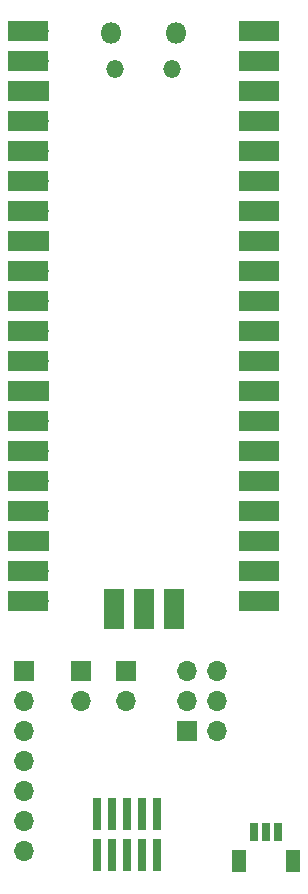
<source format=gbr>
%TF.GenerationSoftware,KiCad,Pcbnew,6.0.8-f2edbf62ab~116~ubuntu22.04.1*%
%TF.CreationDate,2022-10-03T19:03:55-04:00*%
%TF.ProjectId,PicoProbeProgrammerBoard,5069636f-5072-46f6-9265-50726f677261,rev?*%
%TF.SameCoordinates,Original*%
%TF.FileFunction,Soldermask,Top*%
%TF.FilePolarity,Negative*%
%FSLAX46Y46*%
G04 Gerber Fmt 4.6, Leading zero omitted, Abs format (unit mm)*
G04 Created by KiCad (PCBNEW 6.0.8-f2edbf62ab~116~ubuntu22.04.1) date 2022-10-03 19:03:55*
%MOMM*%
%LPD*%
G01*
G04 APERTURE LIST*
%ADD10R,1.700000X1.700000*%
%ADD11O,1.700000X1.700000*%
%ADD12R,0.660400X1.549400*%
%ADD13R,1.295400X1.905000*%
%ADD14R,0.660400X2.768600*%
%ADD15O,1.500000X1.500000*%
%ADD16O,1.800000X1.800000*%
%ADD17R,3.500000X1.700000*%
%ADD18R,1.700000X3.500000*%
G04 APERTURE END LIST*
D10*
%TO.C,J2*%
X118618000Y-75184000D03*
D11*
X118618000Y-77724000D03*
X118618000Y-80264000D03*
X118618000Y-82804000D03*
X118618000Y-85344000D03*
X118618000Y-87884000D03*
X118618000Y-90424000D03*
%TD*%
D12*
%TO.C,J4*%
X140100001Y-88771600D03*
X139100000Y-88771600D03*
X138099999Y-88771600D03*
D13*
X136800000Y-91296599D03*
X141400000Y-91296599D03*
%TD*%
D10*
%TO.C,ExtraConns*%
X132461000Y-80264000D03*
D11*
X135001000Y-80264000D03*
X132461000Y-77724000D03*
X135001000Y-77724000D03*
X132461000Y-75184000D03*
X135001000Y-75184000D03*
%TD*%
D10*
%TO.C,3v3*%
X127254000Y-75184000D03*
D11*
X127254000Y-77724000D03*
%TD*%
D10*
%TO.C,5v*%
X123444000Y-75184000D03*
D11*
X123444000Y-77724000D03*
%TD*%
D14*
%TO.C,J1*%
X124841000Y-90779000D03*
X124841000Y-87249000D03*
X126111000Y-90779000D03*
X126111000Y-87249000D03*
X127381000Y-90779000D03*
X127381000Y-87249000D03*
X128651000Y-90779000D03*
X128651000Y-87249000D03*
X129921000Y-90779000D03*
X129921000Y-87249000D03*
%TD*%
D15*
%TO.C,U1*%
X131175000Y-24180000D03*
X126325000Y-24180000D03*
D16*
X126025000Y-21150000D03*
X131475000Y-21150000D03*
D17*
X118960000Y-21020000D03*
D11*
X119860000Y-21020000D03*
D17*
X118960000Y-23560000D03*
D11*
X119860000Y-23560000D03*
D17*
X118960000Y-26100000D03*
D10*
X119860000Y-26100000D03*
D11*
X119860000Y-28640000D03*
D17*
X118960000Y-28640000D03*
X118960000Y-31180000D03*
D11*
X119860000Y-31180000D03*
X119860000Y-33720000D03*
D17*
X118960000Y-33720000D03*
D11*
X119860000Y-36260000D03*
D17*
X118960000Y-36260000D03*
D10*
X119860000Y-38800000D03*
D17*
X118960000Y-38800000D03*
D11*
X119860000Y-41340000D03*
D17*
X118960000Y-41340000D03*
X118960000Y-43880000D03*
D11*
X119860000Y-43880000D03*
X119860000Y-46420000D03*
D17*
X118960000Y-46420000D03*
D11*
X119860000Y-48960000D03*
D17*
X118960000Y-48960000D03*
D10*
X119860000Y-51500000D03*
D17*
X118960000Y-51500000D03*
D11*
X119860000Y-54040000D03*
D17*
X118960000Y-54040000D03*
X118960000Y-56580000D03*
D11*
X119860000Y-56580000D03*
X119860000Y-59120000D03*
D17*
X118960000Y-59120000D03*
X118960000Y-61660000D03*
D11*
X119860000Y-61660000D03*
D10*
X119860000Y-64200000D03*
D17*
X118960000Y-64200000D03*
D11*
X119860000Y-66740000D03*
D17*
X118960000Y-66740000D03*
D11*
X119860000Y-69280000D03*
D17*
X118960000Y-69280000D03*
X138540000Y-69280000D03*
D11*
X137640000Y-69280000D03*
D17*
X138540000Y-66740000D03*
D11*
X137640000Y-66740000D03*
D10*
X137640000Y-64200000D03*
D17*
X138540000Y-64200000D03*
D11*
X137640000Y-61660000D03*
D17*
X138540000Y-61660000D03*
X138540000Y-59120000D03*
D11*
X137640000Y-59120000D03*
D17*
X138540000Y-56580000D03*
D11*
X137640000Y-56580000D03*
D17*
X138540000Y-54040000D03*
D11*
X137640000Y-54040000D03*
D10*
X137640000Y-51500000D03*
D17*
X138540000Y-51500000D03*
X138540000Y-48960000D03*
D11*
X137640000Y-48960000D03*
D17*
X138540000Y-46420000D03*
D11*
X137640000Y-46420000D03*
D17*
X138540000Y-43880000D03*
D11*
X137640000Y-43880000D03*
D17*
X138540000Y-41340000D03*
D11*
X137640000Y-41340000D03*
D17*
X138540000Y-38800000D03*
D10*
X137640000Y-38800000D03*
D11*
X137640000Y-36260000D03*
D17*
X138540000Y-36260000D03*
D11*
X137640000Y-33720000D03*
D17*
X138540000Y-33720000D03*
D11*
X137640000Y-31180000D03*
D17*
X138540000Y-31180000D03*
X138540000Y-28640000D03*
D11*
X137640000Y-28640000D03*
D10*
X137640000Y-26100000D03*
D17*
X138540000Y-26100000D03*
D11*
X137640000Y-23560000D03*
D17*
X138540000Y-23560000D03*
D11*
X137640000Y-21020000D03*
D17*
X138540000Y-21020000D03*
D18*
X126210000Y-69950000D03*
D11*
X126210000Y-69050000D03*
D10*
X128750000Y-69050000D03*
D18*
X128750000Y-69950000D03*
D11*
X131290000Y-69050000D03*
D18*
X131290000Y-69950000D03*
%TD*%
M02*

</source>
